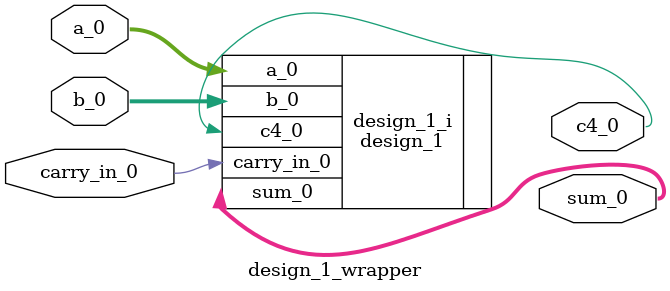
<source format=v>
`timescale 1 ps / 1 ps

module design_1_wrapper
   (a_0,
    b_0,
    c4_0,
    carry_in_0,
    sum_0);
  input [15:0]a_0;
  input [15:0]b_0;
  output c4_0;
  input carry_in_0;
  output [15:0]sum_0;

  wire [15:0]a_0;
  wire [15:0]b_0;
  wire c4_0;
  wire carry_in_0;
  wire [15:0]sum_0;

  design_1 design_1_i
       (.a_0(a_0),
        .b_0(b_0),
        .c4_0(c4_0),
        .carry_in_0(carry_in_0),
        .sum_0(sum_0));
endmodule

</source>
